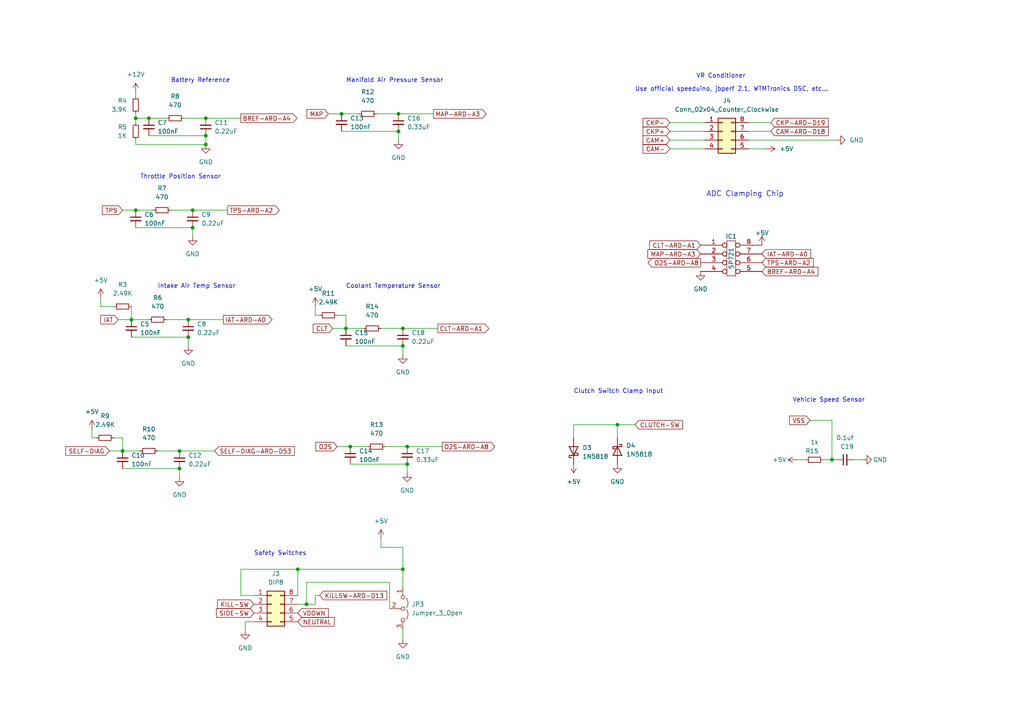
<source format=kicad_sch>
(kicad_sch (version 20211123) (generator eeschema)
  (paper "A4")
  (lib_symbols
    (symbol "Connector_Generic:Conn_02x04_Counter_Clockwise" (pin_names (offset 1.016) hide)
      (property "Reference" "J" (at 1.27 5.08 0))
      (property "Value" "Conn_02x04_Counter_Clockwise" (at 1.27 -7.62 0))
      (symbol "Conn_02x04_Counter_Clockwise_1_1"
        (rectangle (start -1.27 -4.953) (end 0 -5.207) (stroke (width 0.1524)))
        (rectangle (start -1.27 -2.413) (end 0 -2.667) (stroke (width 0.1524)))
        (rectangle (start -1.27 0.127) (end 0 -0.127) (stroke (width 0.1524)))
        (rectangle (start -1.27 2.667) (end 0 2.413) (stroke (width 0.1524)))
        (rectangle (start -1.27 3.81) (end 3.81 -6.35) (stroke (width 0.254)) (fill (type background)))
        (rectangle (start 3.81 -4.953) (end 2.54 -5.207) (stroke (width 0.1524)))
        (rectangle (start 3.81 -2.413) (end 2.54 -2.667) (stroke (width 0.1524)))
        (rectangle (start 3.81 0.127) (end 2.54 -0.127) (stroke (width 0.1524)))
        (rectangle (start 3.81 2.667) (end 2.54 2.413) (stroke (width 0.1524)))
        (pin passive line (at -5.08 2.54 0) (length 3.81) (name "Pin_1") (number "1"))
        (pin passive line (at -5.08 0 0) (length 3.81) (name "Pin_2") (number "2"))
        (pin passive line (at -5.08 -2.54 0) (length 3.81) (name "Pin_3") (number "3"))
        (pin passive line (at -5.08 -5.08 0) (length 3.81) (name "Pin_4") (number "4"))
        (pin passive line (at 7.62 -5.08 180) (length 3.81) (name "Pin_5") (number "5"))
        (pin passive line (at 7.62 -2.54 180) (length 3.81) (name "Pin_6") (number "6"))
        (pin passive line (at 7.62 0 180) (length 3.81) (name "Pin_7") (number "7"))
        (pin passive line (at 7.62 2.54 180) (length 3.81) (name "Pin_8") (number "8"))
      )
    )
    (symbol "Device:C_Small" (pin_numbers hide) (pin_names (offset 0.254) hide)
      (property "Reference" "C" (at 0.254 1.778 0))
      (property "Value" "C_Small" (at 0.254 -2.032 0))
      (symbol "C_Small_0_1"
        (polyline (pts (xy -1.524 -0.508) (xy 1.524 -0.508)) (stroke (width 0.3302)))
        (polyline (pts (xy -1.524 0.508) (xy 1.524 0.508)) (stroke (width 0.3048)))
      )
      (symbol "C_Small_1_1"
        (pin passive line (at 0 2.54 270) (length 2.032) (name "~") (number "1"))
        (pin passive line (at 0 -2.54 90) (length 2.032) (name "~") (number "2"))
      )
    )
    (symbol "Device:D_Schottky" (pin_numbers hide) (pin_names (offset 1.016) hide)
      (property "Reference" "D" (at 0 2.54 0))
      (property "Value" "D_Schottky" (at 0 -2.54 0))
      (symbol "D_Schottky_0_1"
        (polyline (pts (xy 1.27 0) (xy -1.27 0)))
        (polyline (pts (xy 1.27 1.27) (xy 1.27 -1.27) (xy -1.27 0) (xy 1.27 1.27)) (stroke (width 0.254)))
        (polyline (pts (xy -1.905 0.635) (xy -1.905 1.27) (xy -1.27 1.27) (xy -1.27 -1.27) (xy -0.635 -1.27) (xy -0.635 -0.635)) (stroke (width 0.254)))
      )
      (symbol "D_Schottky_1_1"
        (pin passive line (at -3.81 0 0) (length 2.54) (name "K") (number "1"))
        (pin passive line (at 3.81 0 180) (length 2.54) (name "A") (number "2"))
      )
    )
    (symbol "Device:R_Small" (pin_numbers hide) (pin_names (offset 0.254) hide)
      (property "Reference" "R" (at 0.762 0.508 0))
      (property "Value" "R_Small" (at 0.762 -1.016 0))
      (symbol "R_Small_0_1"
        (rectangle (start -0.762 1.778) (end 0.762 -1.778) (stroke (width 0.2032)))
      )
      (symbol "R_Small_1_1"
        (pin passive line (at 0 2.54 270) (length 0.762) (name "~") (number "1"))
        (pin passive line (at 0 -2.54 90) (length 0.762) (name "~") (number "2"))
      )
    )
    (symbol "Jumper:Jumper_3_Open" (pin_names (offset 0) hide)
      (property "Reference" "JP" (at -2.54 -2.54 0))
      (property "Value" "Jumper_3_Open" (at 0 2.794 0))
      (symbol "Jumper_3_Open_0_0"
        (circle (center -3.302 0) (radius 0.508))
        (circle (center 0 0) (radius 0.508))
        (circle (center 3.302 0) (radius 0.508))
      )
      (symbol "Jumper_3_Open_0_1"
        (arc (start -0.254 1.016) (mid -1.651 1.4992) (end -3.048 1.016))
        (polyline (pts (xy 0 -0.508) (xy 0 -1.27)))
        (arc (start 3.048 1.016) (mid 1.651 1.4992) (end 0.254 1.016))
      )
      (symbol "Jumper_3_Open_1_1"
        (pin passive line (at -6.35 0 0) (length 2.54) (name "A") (number "1"))
        (pin input line (at 0 -3.81 90) (length 2.54) (name "C") (number "2"))
        (pin passive line (at 6.35 0 180) (length 2.54) (name "B") (number "3"))
      )
    )
    (symbol "modules:DIL8" (pin_names (offset 1.016) hide)
      (property "Reference" "P" (at 0 6.35 0))
      (property "Value" "modules_DIL8" (at 0 0 90))
      (symbol "DIL8_0_1"
        (rectangle (start -1.27 5.08) (end 1.27 -5.08))
      )
      (symbol "DIL8_1_1"
        (pin passive inverted (at -8.89 3.81 0) (length 7.62) (name "P1") (number "1"))
        (pin passive inverted (at -8.89 1.27 0) (length 7.62) (name "P2") (number "2"))
        (pin passive inverted (at -8.89 -1.27 0) (length 7.62) (name "P3") (number "3"))
        (pin passive inverted (at -8.89 -3.81 0) (length 7.62) (name "P4") (number "4"))
        (pin passive inverted (at 8.89 -3.81 180) (length 7.62) (name "P5") (number "5"))
        (pin passive inverted (at 8.89 -1.27 180) (length 7.62) (name "P6") (number "6"))
        (pin passive inverted (at 8.89 1.27 180) (length 7.62) (name "P7") (number "7"))
        (pin passive inverted (at 8.89 3.81 180) (length 7.62) (name "P8") (number "8"))
      )
    )
    (symbol "power:+12V" (power) (pin_names (offset 0))
      (property "Value" "+12V" (at 0 3.556 0))
      (symbol "+12V_0_1"
        (polyline (pts (xy -0.762 1.27) (xy 0 2.54)))
        (polyline (pts (xy 0 0) (xy 0 2.54)))
        (polyline (pts (xy 0 2.54) (xy 0.762 1.27)))
      )
      (symbol "+12V_1_1"
        (pin power_in line (at 0 0 90) (length 0) hide (name "+12V") (number "1"))
      )
    )
    (symbol "power:+5V" (power) (pin_names (offset 0))
      (property "Value" "+5V" (at 0 3.556 0))
      (symbol "+5V_0_1"
        (polyline (pts (xy -0.762 1.27) (xy 0 2.54)))
        (polyline (pts (xy 0 0) (xy 0 2.54)))
        (polyline (pts (xy 0 2.54) (xy 0.762 1.27)))
      )
      (symbol "+5V_1_1"
        (pin power_in line (at 0 0 90) (length 0) hide (name "+5V") (number "1"))
      )
    )
    (symbol "power:GND" (power) (pin_names (offset 0))
      (property "Value" "GND" (at 0 -3.81 0))
      (symbol "GND_0_1"
        (polyline (pts (xy 0 0) (xy 0 -1.27) (xy 1.27 -1.27) (xy 0 -2.54) (xy -1.27 -1.27) (xy 0 -1.27)))
      )
      (symbol "GND_1_1"
        (pin power_in line (at 0 0 270) (length 0) hide (name "GND") (number "1"))
      )
    )
  )
  (junction (at 54.61 92.71))
  (junction (at 115.57 38.1))
  (junction (at 179.07 123.19))
  (junction (at 99.06 33.02))
  (junction (at 86.36 165.1))
  (junction (at 116.84 100.33))
  (junction (at 115.57 33.02))
  (junction (at 88.9 175.26))
  (junction (at 59.69 39.37))
  (junction (at 118.11 134.62))
  (junction (at 116.84 95.25))
  (junction (at 35.56 130.81))
  (junction (at 54.61 97.79))
  (junction (at 39.37 60.96))
  (junction (at 55.88 66.04))
  (junction (at 116.84 165.1))
  (junction (at 52.07 135.89))
  (junction (at 241.3 133.35))
  (junction (at 100.33 95.25))
  (junction (at 101.6 129.54))
  (junction (at 55.88 60.96))
  (junction (at 39.37 34.29))
  (junction (at 52.07 130.81))
  (junction (at 38.1 92.71))
  (junction (at 118.11 129.54))
  (junction (at 43.18 34.29))
  (junction (at 59.69 41.91))
  (junction (at 59.69 34.29))
  (wire (pts (xy 33.02 127) (xy 35.56 127)))
  (wire (pts (xy 39.37 35.56) (xy 39.37 34.29)))
  (wire (pts (xy 59.69 34.29) (xy 69.85 34.29)))
  (wire (pts (xy 116.84 95.25) (xy 127 95.25)))
  (wire (pts (xy 59.69 39.37) (xy 59.69 41.91)))
  (wire (pts (xy 241.3 121.92) (xy 241.3 133.35)))
  (wire (pts (xy 247.65 133.35) (xy 250.19 133.35)))
  (wire (pts (xy 45.72 130.81) (xy 52.07 130.81)))
  (wire (pts (xy 91.44 175.26) (xy 91.44 172.72)))
  (wire (pts (xy 116.84 165.1) (xy 116.84 170.18)))
  (wire (pts (xy 43.18 39.37) (xy 59.69 39.37)))
  (wire (pts (xy 194.31 43.18) (xy 204.47 43.18)))
  (wire (pts (xy 238.76 133.35) (xy 241.3 133.35)))
  (wire (pts (xy 100.33 95.25) (xy 105.41 95.25)))
  (wire (pts (xy 241.3 133.35) (xy 242.57 133.35)))
  (wire (pts (xy 234.95 121.92) (xy 241.3 121.92)))
  (wire (pts (xy 53.34 34.29) (xy 59.69 34.29)))
  (wire (pts (xy 166.37 123.19) (xy 179.07 123.19)))
  (wire (pts (xy 166.37 123.19) (xy 166.37 127)))
  (wire (pts (xy 31.75 130.81) (xy 35.56 130.81)))
  (wire (pts (xy 118.11 129.54) (xy 128.27 129.54)))
  (wire (pts (xy 217.17 43.18) (xy 222.25 43.18)))
  (wire (pts (xy 34.29 92.71) (xy 38.1 92.71)))
  (wire (pts (xy 54.61 92.71) (xy 64.77 92.71)))
  (wire (pts (xy 96.52 95.25) (xy 100.33 95.25)))
  (wire (pts (xy 54.61 97.79) (xy 54.61 100.33)))
  (wire (pts (xy 86.36 172.72) (xy 86.36 165.1)))
  (wire (pts (xy 88.9 168.91) (xy 88.9 175.26)))
  (wire (pts (xy 55.88 66.04) (xy 55.88 68.58)))
  (wire (pts (xy 35.56 127) (xy 35.56 130.81)))
  (wire (pts (xy 39.37 40.64) (xy 39.37 41.91)))
  (wire (pts (xy 113.03 168.91) (xy 88.9 168.91)))
  (wire (pts (xy 217.17 35.56) (xy 223.52 35.56)))
  (wire (pts (xy 39.37 66.04) (xy 55.88 66.04)))
  (wire (pts (xy 113.03 176.53) (xy 113.03 168.91)))
  (wire (pts (xy 116.84 100.33) (xy 116.84 102.87)))
  (wire (pts (xy 91.44 88.9) (xy 91.44 91.44)))
  (wire (pts (xy 101.6 134.62) (xy 118.11 134.62)))
  (wire (pts (xy 35.56 130.81) (xy 40.64 130.81)))
  (wire (pts (xy 99.06 33.02) (xy 104.14 33.02)))
  (wire (pts (xy 48.26 92.71) (xy 54.61 92.71)))
  (wire (pts (xy 43.18 34.29) (xy 48.26 34.29)))
  (wire (pts (xy 118.11 134.62) (xy 118.11 137.16)))
  (wire (pts (xy 52.07 135.89) (xy 52.07 138.43)))
  (wire (pts (xy 38.1 97.79) (xy 54.61 97.79)))
  (wire (pts (xy 100.33 91.44) (xy 100.33 95.25)))
  (wire (pts (xy 110.49 158.75) (xy 116.84 158.75)))
  (wire (pts (xy 99.06 38.1) (xy 115.57 38.1)))
  (wire (pts (xy 101.6 129.54) (xy 106.68 129.54)))
  (wire (pts (xy 86.36 175.26) (xy 88.9 175.26)))
  (wire (pts (xy 217.17 38.1) (xy 223.52 38.1)))
  (wire (pts (xy 194.31 35.56) (xy 204.47 35.56)))
  (wire (pts (xy 116.84 182.88) (xy 116.84 185.42)))
  (wire (pts (xy 110.49 156.21) (xy 110.49 158.75)))
  (wire (pts (xy 29.21 86.36) (xy 29.21 88.9)))
  (wire (pts (xy 86.36 165.1) (xy 116.84 165.1)))
  (wire (pts (xy 179.07 123.19) (xy 184.15 123.19)))
  (wire (pts (xy 97.79 129.54) (xy 101.6 129.54)))
  (wire (pts (xy 95.25 33.02) (xy 99.06 33.02)))
  (wire (pts (xy 100.33 100.33) (xy 116.84 100.33)))
  (wire (pts (xy 110.49 95.25) (xy 116.84 95.25)))
  (wire (pts (xy 91.44 172.72) (xy 92.71 172.72)))
  (wire (pts (xy 39.37 34.29) (xy 43.18 34.29)))
  (wire (pts (xy 71.12 180.34) (xy 73.66 180.34)))
  (wire (pts (xy 26.67 124.46) (xy 26.67 127)))
  (wire (pts (xy 217.17 40.64) (xy 242.57 40.64)))
  (wire (pts (xy 88.9 175.26) (xy 91.44 175.26)))
  (wire (pts (xy 38.1 88.9) (xy 38.1 92.71)))
  (wire (pts (xy 231.14 133.35) (xy 233.68 133.35)))
  (wire (pts (xy 49.53 60.96) (xy 55.88 60.96)))
  (wire (pts (xy 39.37 60.96) (xy 44.45 60.96)))
  (wire (pts (xy 26.67 127) (xy 27.94 127)))
  (wire (pts (xy 115.57 33.02) (xy 125.73 33.02)))
  (wire (pts (xy 97.79 91.44) (xy 100.33 91.44)))
  (wire (pts (xy 69.85 172.72) (xy 69.85 165.1)))
  (wire (pts (xy 111.76 129.54) (xy 118.11 129.54)))
  (wire (pts (xy 116.84 158.75) (xy 116.84 165.1)))
  (wire (pts (xy 73.66 172.72) (xy 69.85 172.72)))
  (wire (pts (xy 52.07 130.81) (xy 62.23 130.81)))
  (wire (pts (xy 91.44 91.44) (xy 92.71 91.44)))
  (wire (pts (xy 71.12 182.88) (xy 71.12 180.34)))
  (wire (pts (xy 194.31 38.1) (xy 204.47 38.1)))
  (wire (pts (xy 69.85 165.1) (xy 86.36 165.1)))
  (wire (pts (xy 35.56 135.89) (xy 52.07 135.89)))
  (wire (pts (xy 55.88 60.96) (xy 66.04 60.96)))
  (wire (pts (xy 194.31 40.64) (xy 204.47 40.64)))
  (wire (pts (xy 35.56 60.96) (xy 39.37 60.96)))
  (wire (pts (xy 39.37 26.67) (xy 39.37 27.94)))
  (wire (pts (xy 38.1 92.71) (xy 43.18 92.71)))
  (wire (pts (xy 39.37 41.91) (xy 59.69 41.91)))
  (wire (pts (xy 109.22 33.02) (xy 115.57 33.02)))
  (wire (pts (xy 179.07 127) (xy 179.07 123.19)))
  (wire (pts (xy 29.21 88.9) (xy 33.02 88.9)))
  (wire (pts (xy 115.57 38.1) (xy 115.57 40.64)))
  (wire (pts (xy 39.37 33.02) (xy 39.37 34.29)))
  (text "Throttle Position Sensor" (at 40.64 52.07 0) (effects (font (size 1.27 1.27)) (justify left bottom)))
  (text "Coolant Temperature Sensor" (at 100.33 83.82 0) (effects (font (size 1.27 1.27)) (justify left bottom)))
  (text "Clutch Switch Clamp Input" (at 166.37 114.3 0) (effects (font (size 1.27 1.27)) (justify left bottom)))
  (text "Intake Air Temp Sensor" (at 45.72 83.82 0) (effects (font (size 1.27 1.27)) (justify left bottom)))
  (text "Manifold Air Pressure Sensor" (at 100.33 24.13 0) (effects (font (size 1.27 1.27)) (justify left bottom)))
  (text "Safety Switches" (at 73.66 161.29 0) (effects (font (size 1.27 1.27)) (justify left bottom)))
  (text "VR Conditioner" (at 201.93 22.86 0) (effects (font (size 1.27 1.27)) (justify left bottom)))
  (text "Vehicle Speed Sensor" (at 229.87 116.84 0) (effects (font (size 1.27 1.27)) (justify left bottom)))
  (text "Battery Reference" (at 49.53 24.13 0) (effects (font (size 1.27 1.27)) (justify left bottom)))
  (text "Use official speeduino, jbperf 2.1, WTMTronics DSC, etc..." (at 184.15 26.67 0) (effects (font (size 1.27 1.27)) (justify left bottom)))
  (text "ADC Clamping Chip\n\n" (at 227.33 59.69 180) (effects (font (size 1.524 1.524)) (justify right bottom)))
  (global_label "MAP-ARD-A3" (shape input) (at 203.2 73.66 180) (property "Intersheet References" "${INTERSHEET_REFS}" (effects hide)))
  (global_label "NEUTRAL" (shape input) (at 86.36 180.34 0) (property "Intersheet References" "${INTERSHEET_REFS}" (effects hide)))
  (global_label "CLT-ARD-A1" (shape input) (at 203.2 71.12 180) (property "Intersheet References" "${INTERSHEET_REFS}" (effects hide)))
  (global_label "SIDE-SW" (shape input) (at 73.66 177.8 180) (property "Intersheet References" "${INTERSHEET_REFS}" (effects hide)))
  (global_label "CAM-ARD-D18" (shape input) (at 223.52 38.1 0) (property "Intersheet References" "${INTERSHEET_REFS}" (effects hide)))
  (global_label "CKP+" (shape input) (at 194.31 38.1 180) (property "Intersheet References" "${INTERSHEET_REFS}" (effects hide)))
  (global_label "O2S" (shape input) (at 97.79 129.54 180) (property "Intersheet References" "${INTERSHEET_REFS}" (effects hide)))
  (global_label "SELF-DIAG" (shape input) (at 31.75 130.81 180) (property "Intersheet References" "${INTERSHEET_REFS}" (effects hide)))
  (global_label "BREF-ARD-A4" (shape output) (at 69.85 34.29 0) (property "Intersheet References" "${INTERSHEET_REFS}" (effects hide)))
  (global_label "CAM+" (shape input) (at 194.31 40.64 180) (property "Intersheet References" "${INTERSHEET_REFS}" (effects hide)))
  (global_label "CKP-ARD-D19" (shape input) (at 223.52 35.56 0) (property "Intersheet References" "${INTERSHEET_REFS}" (effects hide)))
  (global_label "CLT" (shape input) (at 96.52 95.25 180) (property "Intersheet References" "${INTERSHEET_REFS}" (effects hide)))
  (global_label "MAP-ARD-A3" (shape output) (at 125.73 33.02 0) (property "Intersheet References" "${INTERSHEET_REFS}" (effects hide)))
  (global_label "TPS-ARD-A2" (shape input) (at 220.98 76.2 0) (property "Intersheet References" "${INTERSHEET_REFS}" (effects hide)))
  (global_label "VDOWN" (shape input) (at 86.36 177.8 0) (property "Intersheet References" "${INTERSHEET_REFS}" (effects hide)))
  (global_label "TPS-ARD-A2" (shape output) (at 66.04 60.96 0) (property "Intersheet References" "${INTERSHEET_REFS}" (effects hide)))
  (global_label "CKP-" (shape input) (at 194.31 35.56 180) (property "Intersheet References" "${INTERSHEET_REFS}" (effects hide)))
  (global_label "O2S-ARD-A8" (shape output) (at 128.27 129.54 0) (property "Intersheet References" "${INTERSHEET_REFS}" (effects hide)))
  (global_label "IAT-ARD-A0" (shape input) (at 220.98 73.66 0) (property "Intersheet References" "${INTERSHEET_REFS}" (effects hide)))
  (global_label "CAM-" (shape input) (at 194.31 43.18 180) (property "Intersheet References" "${INTERSHEET_REFS}" (effects hide)))
  (global_label "CLT-ARD-A1" (shape output) (at 127 95.25 0) (property "Intersheet References" "${INTERSHEET_REFS}" (effects hide)))
  (global_label "KILLSW-ARD-D13" (shape input) (at 92.71 172.72 0) (property "Intersheet References" "${INTERSHEET_REFS}" (effects hide)))
  (global_label "IAT-ARD-A0" (shape output) (at 64.77 92.71 0) (property "Intersheet References" "${INTERSHEET_REFS}" (effects hide)))
  (global_label "BREF-ARD-A4" (shape input) (at 220.98 78.74 0) (property "Intersheet References" "${INTERSHEET_REFS}" (effects hide)))
  (global_label "SELF-DIAG-ARD-D53" (shape input) (at 62.23 130.81 0) (property "Intersheet References" "${INTERSHEET_REFS}" (effects hide)))
  (global_label "VSS" (shape input) (at 234.95 121.92 180) (property "Intersheet References" "${INTERSHEET_REFS}" (effects hide)))
  (global_label "CLUTCH-SW" (shape input) (at 184.15 123.19 0) (property "Intersheet References" "${INTERSHEET_REFS}" (effects hide)))
  (global_label "MAP" (shape input) (at 95.25 33.02 180) (property "Intersheet References" "${INTERSHEET_REFS}" (effects hide)))
  (global_label "KILL-SW" (shape input) (at 73.66 175.26 180) (property "Intersheet References" "${INTERSHEET_REFS}" (effects hide)))
  (global_label "O2S-ARD-A8" (shape output) (at 203.2 76.2 180) (property "Intersheet References" "${INTERSHEET_REFS}" (effects hide)))
  (global_label "IAT" (shape input) (at 34.29 92.71 180) (property "Intersheet References" "${INTERSHEET_REFS}" (effects hide)))
  (global_label "TPS" (shape input) (at 35.56 60.96 180) (property "Intersheet References" "${INTERSHEET_REFS}" (effects hide)))
  (symbol (lib_id "modules:DIL8") (at 212.09 74.93 0) (unit 1)
    (property "Reference" "IC1" (at 212.09 68.58 0))
    (property "Value" "SP721" (at 212.09 74.93 90))
    (property "Footprint" "Package_DIP:DIP-8_W7.62mm" (effects hide))
  )
  (symbol (lib_id "power:+12V") (at 39.37 26.67 0) (unit 1)
    (property "Reference" "#PWR014" (effects hide))
    (property "Value" "+12V" (at 39.37 21.59 0))
  )
  (symbol (lib_id "power:+5V") (at 29.21 86.36 0) (unit 1)
    (property "Reference" "#PWR013" (effects hide))
    (property "Value" "+5V" (at 29.21 81.28 0))
  )
  (symbol (lib_id "Device:C_Small") (at 245.11 133.35 90) (unit 1)
    (property "Reference" "C19" (at 247.65 129.5338 90) (effects (justify left)))
    (property "Value" "0.1uf" (at 247.65 126.9938 90) (effects (justify left)))
    (property "Footprint" "Capacitor_SMD:C_0805_2012Metric" (effects hide))
    (property "Digikey" "311-1140-1-ND" (effects hide))
    (property "Manufacturer_Name" "Yageo" (effects hide))
    (property "Manufacturer_Part_Number" "CC0805KRX7R9BB104" (effects hide))
  )
  (symbol (lib_id "Connector_Generic:Conn_02x04_Counter_Clockwise") (at 78.74 175.26 0) (unit 1)
    (property "Reference" "J3" (at 80.01 166.37 0))
    (property "Value" "DIP8" (at 80.01 168.91 0))
    (property "Footprint" "Package_DIP:DIP-8_W7.62mm_Socket" (effects hide))
  )
  (symbol (lib_id "Device:C_Small") (at 55.88 63.5 0) (unit 1)
    (property "Reference" "C9" (at 58.42 62.2362 0) (effects (justify left)))
    (property "Value" "0.22uF" (at 58.42 64.7762 0) (effects (justify left)))
    (property "Footprint" "Capacitor_SMD:C_0805_2012Metric_Pad1.18x1.45mm_HandSolder" (effects hide))
  )
  (symbol (lib_id "Device:R_Small") (at 109.22 129.54 90) (unit 1)
    (property "Reference" "R13" (at 109.22 123.19 90))
    (property "Value" "470" (at 109.22 125.73 90))
    (property "Footprint" "Resistor_SMD:R_0805_2012Metric_Pad1.20x1.40mm_HandSolder" (effects hide))
  )
  (symbol (lib_id "power:GND") (at 250.19 133.35 90) (unit 1)
    (property "Reference" "#PWR033" (effects hide))
    (property "Value" "GND" (at 255.27 133.35 90))
  )
  (symbol (lib_id "power:+5V") (at 110.49 156.21 0) (unit 1)
    (property "Reference" "#PWR052" (effects hide))
    (property "Value" "+5V" (at 110.49 151.13 0))
  )
  (symbol (lib_id "power:GND") (at 116.84 185.42 0) (unit 1)
    (property "Reference" "#PWR053" (effects hide))
    (property "Value" "GND" (at 116.84 190.5 0))
  )
  (symbol (lib_id "Device:R_Small") (at 46.99 60.96 90) (unit 1)
    (property "Reference" "R7" (at 46.99 54.61 90))
    (property "Value" "470" (at 46.99 57.15 90))
    (property "Footprint" "Resistor_SMD:R_0805_2012Metric_Pad1.20x1.40mm_HandSolder" (effects hide))
  )
  (symbol (lib_id "power:GND") (at 59.69 41.91 0) (unit 1)
    (property "Reference" "#PWR018" (effects hide))
    (property "Value" "GND" (at 59.69 46.99 0))
  )
  (symbol (lib_id "power:GND") (at 55.88 68.58 0) (unit 1)
    (property "Reference" "#PWR017" (effects hide))
    (property "Value" "GND" (at 55.88 73.66 0))
  )
  (symbol (lib_id "Device:R_Small") (at 106.68 33.02 90) (unit 1)
    (property "Reference" "R12" (at 106.68 26.67 90))
    (property "Value" "470" (at 106.68 29.21 90))
    (property "Footprint" "Resistor_SMD:R_0805_2012Metric_Pad1.20x1.40mm_HandSolder" (effects hide))
  )
  (symbol (lib_id "Device:C_Small") (at 35.56 133.35 0) (unit 1)
    (property "Reference" "C10" (at 38.1 132.0862 0) (effects (justify left)))
    (property "Value" "100nF" (at 38.1 134.6262 0) (effects (justify left)))
    (property "Footprint" "Capacitor_SMD:C_0805_2012Metric_Pad1.18x1.45mm_HandSolder" (effects hide))
  )
  (symbol (lib_id "Device:R_Small") (at 236.22 133.35 90) (unit 1)
    (property "Reference" "R15" (at 237.49 130.8101 90) (effects (justify left)))
    (property "Value" "1k" (at 237.49 128.2701 90) (effects (justify left)))
    (property "Footprint" "Resistor_SMD:R_0805_2012Metric_Pad1.20x1.40mm_HandSolder" (effects hide))
  )
  (symbol (lib_id "Device:R_Small") (at 39.37 38.1 0) (mirror x) (unit 1)
    (property "Reference" "R5" (at 36.83 36.8299 0) (effects (justify right)))
    (property "Value" "1K" (at 36.83 39.3699 0) (effects (justify right)))
    (property "Footprint" "Resistor_SMD:R_0805_2012Metric_Pad1.20x1.40mm_HandSolder" (effects hide))
  )
  (symbol (lib_id "power:GND") (at 71.12 182.88 0) (unit 1)
    (property "Reference" "#PWR021" (effects hide))
    (property "Value" "GND" (at 71.12 187.96 0))
  )
  (symbol (lib_id "power:GND") (at 52.07 138.43 0) (unit 1)
    (property "Reference" "#PWR019" (effects hide))
    (property "Value" "GND" (at 52.07 143.51 0))
  )
  (symbol (lib_id "Device:R_Small") (at 35.56 88.9 90) (unit 1)
    (property "Reference" "R3" (at 35.56 82.55 90))
    (property "Value" "2.49K" (at 35.56 85.09 90))
    (property "Footprint" "Resistor_SMD:R_0805_2012Metric_Pad1.20x1.40mm_HandSolder" (effects hide))
  )
  (symbol (lib_id "power:+5V") (at 26.67 124.46 0) (unit 1)
    (property "Reference" "#PWR015" (effects hide))
    (property "Value" "+5V" (at 26.67 119.38 0))
  )
  (symbol (lib_id "Jumper:Jumper_3_Open") (at 116.84 176.53 270) (unit 1)
    (property "Reference" "JP3" (at 119.38 175.2599 90) (effects (justify left)))
    (property "Value" "Jumper_3_Open" (at 119.38 177.7999 90) (effects (justify left)))
    (property "Footprint" "Connector_PinHeader_2.54mm:PinHeader_1x03_P2.54mm_Vertical" (effects hide))
  )
  (symbol (lib_id "Device:C_Small") (at 39.37 63.5 0) (unit 1)
    (property "Reference" "C6" (at 41.91 62.2362 0) (effects (justify left)))
    (property "Value" "100nF" (at 41.91 64.7762 0) (effects (justify left)))
    (property "Footprint" "Capacitor_SMD:C_0805_2012Metric_Pad1.18x1.45mm_HandSolder" (effects hide))
  )
  (symbol (lib_id "Device:R_Small") (at 39.37 30.48 0) (mirror x) (unit 1)
    (property "Reference" "R4" (at 36.83 29.2099 0) (effects (justify right)))
    (property "Value" "3.9K" (at 36.83 31.7499 0) (effects (justify right)))
    (property "Footprint" "Resistor_SMD:R_0805_2012Metric_Pad1.20x1.40mm_HandSolder" (effects hide))
  )
  (symbol (lib_id "Device:C_Small") (at 99.06 35.56 0) (unit 1)
    (property "Reference" "C13" (at 101.6 34.2962 0) (effects (justify left)))
    (property "Value" "100nF" (at 101.6 36.8362 0) (effects (justify left)))
    (property "Footprint" "Capacitor_SMD:C_0805_2012Metric_Pad1.18x1.45mm_HandSolder" (effects hide))
  )
  (symbol (lib_id "Device:C_Small") (at 116.84 97.79 0) (unit 1)
    (property "Reference" "C18" (at 119.38 96.5262 0) (effects (justify left)))
    (property "Value" "0.22uF" (at 119.38 99.0662 0) (effects (justify left)))
    (property "Footprint" "Capacitor_SMD:C_0805_2012Metric_Pad1.18x1.45mm_HandSolder" (effects hide))
  )
  (symbol (lib_id "Device:D_Schottky") (at 179.07 130.81 270) (unit 1)
    (property "Reference" "D4" (at 181.61 129.2224 90) (effects (justify left)))
    (property "Value" "1N5818" (at 181.61 131.7624 90) (effects (justify left)))
    (property "Footprint" "Diode_THT:D_DO-41_SOD81_P7.62mm_Horizontal" (effects hide))
  )
  (symbol (lib_id "Device:R_Small") (at 95.25 91.44 90) (unit 1)
    (property "Reference" "R11" (at 95.25 85.09 90))
    (property "Value" "2.49K" (at 95.25 87.63 90))
    (property "Footprint" "Resistor_SMD:R_0805_2012Metric_Pad1.20x1.40mm_HandSolder" (effects hide))
  )
  (symbol (lib_id "power:+5V") (at 231.14 133.35 90) (unit 1)
    (property "Reference" "#PWR031" (effects hide))
    (property "Value" "+5V" (at 226.06 133.35 90))
  )
  (symbol (lib_id "Device:R_Small") (at 107.95 95.25 90) (unit 1)
    (property "Reference" "R14" (at 107.95 88.9 90))
    (property "Value" "470" (at 107.95 91.44 90))
    (property "Footprint" "Resistor_SMD:R_0805_2012Metric_Pad1.20x1.40mm_HandSolder" (effects hide))
  )
  (symbol (lib_id "Device:C_Small") (at 52.07 133.35 0) (unit 1)
    (property "Reference" "C12" (at 54.61 132.0862 0) (effects (justify left)))
    (property "Value" "0.22uF" (at 54.61 134.6262 0) (effects (justify left)))
    (property "Footprint" "Capacitor_SMD:C_0805_2012Metric_Pad1.18x1.45mm_HandSolder" (effects hide))
  )
  (symbol (lib_id "Device:C_Small") (at 118.11 132.08 0) (unit 1)
    (property "Reference" "C17" (at 120.65 130.8162 0) (effects (justify left)))
    (property "Value" "0.33uF" (at 120.65 133.3562 0) (effects (justify left)))
    (property "Footprint" "Capacitor_SMD:C_0805_2012Metric_Pad1.18x1.45mm_HandSolder" (effects hide))
  )
  (symbol (lib_id "Device:C_Small") (at 54.61 95.25 0) (unit 1)
    (property "Reference" "C8" (at 57.15 93.9862 0) (effects (justify left)))
    (property "Value" "0.22uF" (at 57.15 96.5262 0) (effects (justify left)))
    (property "Footprint" "Capacitor_SMD:C_0805_2012Metric_Pad1.18x1.45mm_HandSolder" (effects hide))
  )
  (symbol (lib_id "Device:R_Small") (at 43.18 130.81 90) (unit 1)
    (property "Reference" "R10" (at 43.18 124.46 90))
    (property "Value" "470" (at 43.18 127 90))
    (property "Footprint" "Resistor_SMD:R_0805_2012Metric_Pad1.20x1.40mm_HandSolder" (effects hide))
  )
  (symbol (lib_id "Device:C_Small") (at 115.57 35.56 0) (unit 1)
    (property "Reference" "C16" (at 118.11 34.2962 0) (effects (justify left)))
    (property "Value" "0.33uF" (at 118.11 36.8362 0) (effects (justify left)))
    (property "Footprint" "Capacitor_SMD:C_0805_2012Metric_Pad1.18x1.45mm_HandSolder" (effects hide))
  )
  (symbol (lib_id "power:GND") (at 115.57 40.64 0) (unit 1)
    (property "Reference" "#PWR023" (effects hide))
    (property "Value" "GND" (at 115.57 45.72 0))
  )
  (symbol (lib_id "power:+5V") (at 166.37 134.62 180) (unit 1)
    (property "Reference" "#PWR026" (effects hide))
    (property "Value" "+5V" (at 166.37 139.7 0))
  )
  (symbol (lib_id "power:GND") (at 118.11 137.16 0) (unit 1)
    (property "Reference" "#PWR024" (effects hide))
    (property "Value" "GND" (at 118.11 142.24 0))
  )
  (symbol (lib_id "Device:D_Schottky") (at 166.37 130.81 90) (unit 1)
    (property "Reference" "D3" (at 168.91 129.8574 90) (effects (justify right)))
    (property "Value" "1N5818" (at 168.91 132.3974 90) (effects (justify right)))
    (property "Footprint" "Diode_THT:D_DO-41_SOD81_P7.62mm_Horizontal" (effects hide))
  )
  (symbol (lib_id "power:+5V") (at 222.25 43.18 270) (unit 1)
    (property "Reference" "#PWR030" (effects hide))
    (property "Value" "+5V" (at 226.06 43.1799 90) (effects (justify left)))
  )
  (symbol (lib_id "Device:C_Small") (at 59.69 36.83 180) (unit 1)
    (property "Reference" "C11" (at 62.23 35.5535 0) (effects (justify right)))
    (property "Value" "0.22uF" (at 62.23 38.0935 0) (effects (justify right)))
    (property "Footprint" "Capacitor_SMD:C_0805_2012Metric_Pad1.18x1.45mm_HandSolder" (effects hide))
  )
  (symbol (lib_id "Device:C_Small") (at 38.1 95.25 0) (unit 1)
    (property "Reference" "C5" (at 40.64 93.9862 0) (effects (justify left)))
    (property "Value" "100nF" (at 40.64 96.5262 0) (effects (justify left)))
    (property "Footprint" "Capacitor_SMD:C_0805_2012Metric_Pad1.18x1.45mm_HandSolder" (effects hide))
  )
  (symbol (lib_id "power:+5V") (at 220.98 71.12 0) (unit 1)
    (property "Reference" "#PWR029" (effects hide))
    (property "Value" "+5V" (at 220.98 67.564 0))
  )
  (symbol (lib_id "power:GND") (at 54.61 100.33 0) (unit 1)
    (property "Reference" "#PWR016" (effects hide))
    (property "Value" "GND" (at 54.61 105.41 0))
  )
  (symbol (lib_id "Connector_Generic:Conn_02x04_Counter_Clockwise") (at 209.55 38.1 0) (unit 1)
    (property "Reference" "J4" (at 210.82 29.21 0))
    (property "Value" "Conn_02x04_Counter_Clockwise" (at 210.82 31.75 0))
    (property "Footprint" "mega_2560:vr_conditioner" (effects hide))
  )
  (symbol (lib_id "power:GND") (at 179.07 134.62 0) (unit 1)
    (property "Reference" "#PWR027" (effects hide))
    (property "Value" "GND" (at 179.07 139.7 0))
  )
  (symbol (lib_id "Device:C_Small") (at 43.18 36.83 0) (unit 1)
    (property "Reference" "C7" (at 45.72 35.5662 0) (effects (justify left)))
    (property "Value" "100nF" (at 45.72 38.1062 0) (effects (justify left)))
    (property "Footprint" "Capacitor_SMD:C_0805_2012Metric_Pad1.18x1.45mm_HandSolder" (effects hide))
  )
  (symbol (lib_id "power:+5V") (at 91.44 88.9 0) (unit 1)
    (property "Reference" "#PWR022" (effects hide))
    (property "Value" "+5V" (at 91.44 83.82 0))
  )
  (symbol (lib_id "power:GND") (at 116.84 102.87 0) (unit 1)
    (property "Reference" "#PWR025" (effects hide))
    (property "Value" "GND" (at 116.84 107.95 0))
  )
  (symbol (lib_id "Device:C_Small") (at 101.6 132.08 0) (unit 1)
    (property "Reference" "C14" (at 104.14 130.8162 0) (effects (justify left)))
    (property "Value" "100nF" (at 104.14 133.3562 0) (effects (justify left)))
    (property "Footprint" "Capacitor_SMD:C_0805_2012Metric_Pad1.18x1.45mm_HandSolder" (effects hide))
  )
  (symbol (lib_id "Device:R_Small") (at 50.8 34.29 90) (unit 1)
    (property "Reference" "R8" (at 50.8 27.94 90))
    (property "Value" "470" (at 50.8 30.48 90))
    (property "Footprint" "Resistor_SMD:R_0805_2012Metric_Pad1.20x1.40mm_HandSolder" (effects hide))
  )
  (symbol (lib_id "Device:R_Small") (at 45.72 92.71 90) (unit 1)
    (property "Reference" "R6" (at 45.72 86.36 90))
    (property "Value" "470" (at 45.72 88.9 90))
    (property "Footprint" "Resistor_SMD:R_0805_2012Metric_Pad1.20x1.40mm_HandSolder" (effects hide))
  )
  (symbol (lib_id "Device:R_Small") (at 30.48 127 90) (unit 1)
    (property "Reference" "R9" (at 30.48 120.65 90))
    (property "Value" "2.49K" (at 30.48 123.19 90))
    (property "Footprint" "Resistor_SMD:R_0805_2012Metric_Pad1.20x1.40mm_HandSolder" (effects hide))
  )
  (symbol (lib_id "power:GND") (at 242.57 40.64 90) (unit 1)
    (property "Reference" "#PWR032" (effects hide))
    (property "Value" "GND" (at 246.38 40.6399 90) (effects (justify right)))
  )
  (symbol (lib_id "Device:C_Small") (at 100.33 97.79 0) (unit 1)
    (property "Reference" "C15" (at 102.87 96.5262 0) (effects (justify left)))
    (property "Value" "100nF" (at 102.87 99.0662 0) (effects (justify left)))
    (property "Footprint" "Capacitor_SMD:C_0805_2012Metric_Pad1.18x1.45mm_HandSolder" (effects hide))
  )
  (symbol (lib_id "power:GND") (at 203.2 78.74 0) (unit 1)
    (property "Reference" "#PWR028" (effects hide))
    (property "Value" "GND" (at 203.2 83.82 0))
  )
)
</source>
